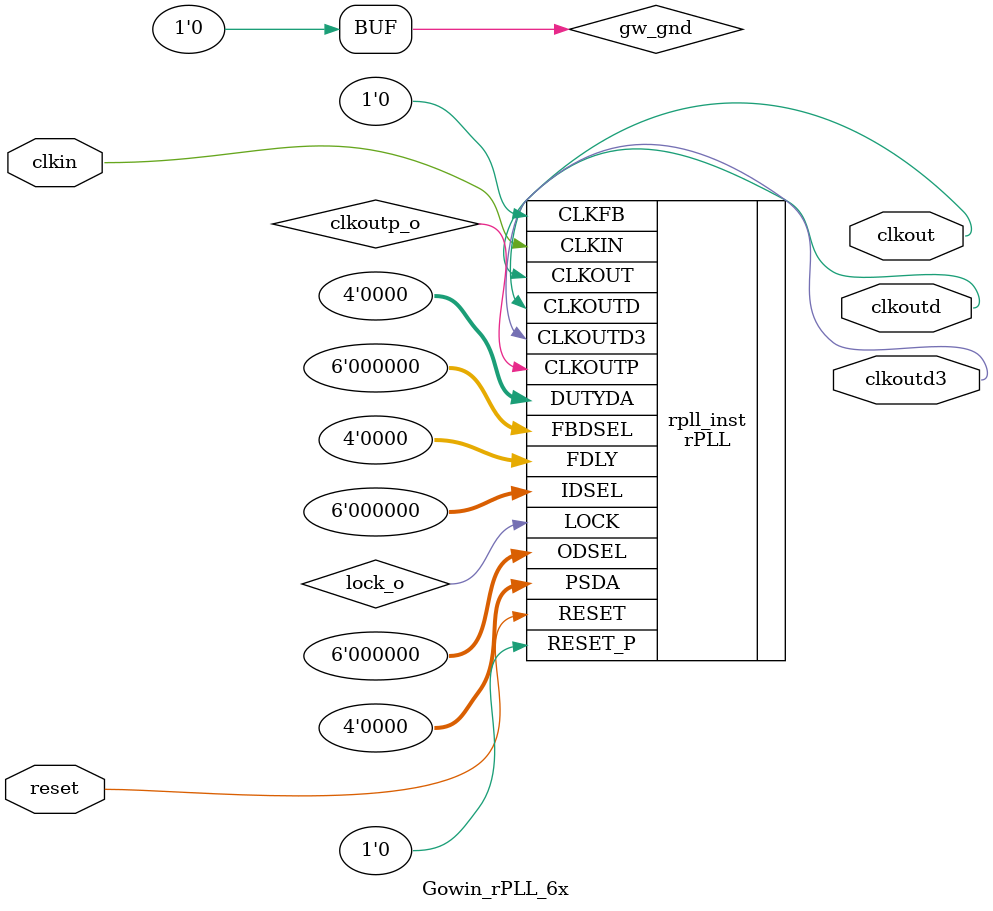
<source format=v>

module Gowin_rPLL_6x (clkout, clkoutd, clkoutd3, reset, clkin);

output clkout;
output clkoutd;
output clkoutd3;
input reset;
input clkin;

wire lock_o;
wire clkoutp_o;
wire gw_gnd;

assign gw_gnd = 1'b0;

rPLL rpll_inst (
    .CLKOUT(clkout),
    .LOCK(lock_o),
    .CLKOUTP(clkoutp_o),
    .CLKOUTD(clkoutd),
    .CLKOUTD3(clkoutd3),
    .RESET(reset),
    .RESET_P(gw_gnd),
    .CLKIN(clkin),
    .CLKFB(gw_gnd),
    .FBDSEL({gw_gnd,gw_gnd,gw_gnd,gw_gnd,gw_gnd,gw_gnd}),
    .IDSEL({gw_gnd,gw_gnd,gw_gnd,gw_gnd,gw_gnd,gw_gnd}),
    .ODSEL({gw_gnd,gw_gnd,gw_gnd,gw_gnd,gw_gnd,gw_gnd}),
    .PSDA({gw_gnd,gw_gnd,gw_gnd,gw_gnd}),
    .DUTYDA({gw_gnd,gw_gnd,gw_gnd,gw_gnd}),
    .FDLY({gw_gnd,gw_gnd,gw_gnd,gw_gnd})
);

defparam rpll_inst.FCLKIN = "7.09";
defparam rpll_inst.DYN_IDIV_SEL = "false";
defparam rpll_inst.IDIV_SEL = 0;
defparam rpll_inst.DYN_FBDIV_SEL = "false";
defparam rpll_inst.FBDIV_SEL = 5;
defparam rpll_inst.DYN_ODIV_SEL = "false";
defparam rpll_inst.ODIV_SEL = 16;
defparam rpll_inst.PSDA_SEL = "0000";
defparam rpll_inst.DYN_DA_EN = "true";
defparam rpll_inst.DUTYDA_SEL = "1000";
defparam rpll_inst.CLKOUT_FT_DIR = 1'b1;
defparam rpll_inst.CLKOUTP_FT_DIR = 1'b1;
defparam rpll_inst.CLKOUT_DLY_STEP = 0;
defparam rpll_inst.CLKOUTP_DLY_STEP = 0;
defparam rpll_inst.CLKFB_SEL = "internal";
defparam rpll_inst.CLKOUT_BYPASS = "false";
defparam rpll_inst.CLKOUTP_BYPASS = "false";
defparam rpll_inst.CLKOUTD_BYPASS = "false";
defparam rpll_inst.DYN_SDIV_SEL = 2;
defparam rpll_inst.CLKOUTD_SRC = "CLKOUT";
defparam rpll_inst.CLKOUTD3_SRC = "CLKOUT";
defparam rpll_inst.DEVICE = "GW1N-9C";

endmodule //Gowin_rPLL_6x

</source>
